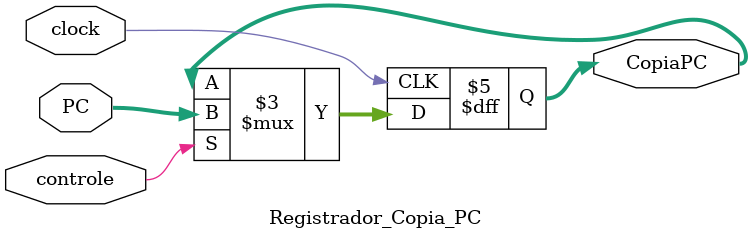
<source format=sv>
module Registrador_Copia_PC(clock, PC, controle, CopiaPC);
input clock, controle;
input reg [15:0] PC;
output reg [15:0] CopiaPC;

always @(negedge clock)
	begin
		if(controle)
			CopiaPC = PC;
	end

endmodule 
</source>
